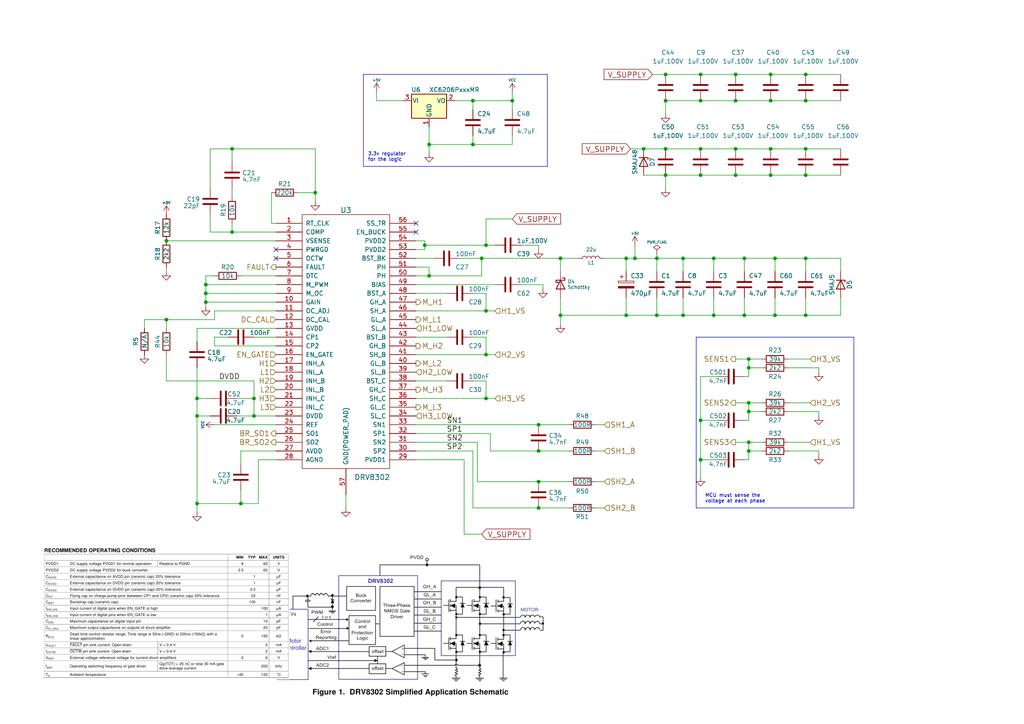
<source format=kicad_sch>
(kicad_sch (version 20230121) (generator eeschema)
  (paper "A4")
  (title_block (title "E-bike controller (based on VESC 4.10)") (date "2023-05-19") (rev "4.10-jpa") (company "Benjamin Vedder") (comment 1 "Customized by Petteri Aimonen"))
  (lib_symbols
    (symbol "Device:C" (pin_numbers hide) (pin_names (offset 0.254))
      (property "Reference" "C" (at 0.635 2.54 0))
      (property "Value" "C" (at 0.635 -2.54 0))
      (symbol "C_0_1"
        (polyline (pts (xy -2.032 -0.762) (xy 2.032 -0.762)) (stroke (width 0.508)))
        (polyline (pts (xy -2.032 0.762) (xy 2.032 0.762)) (stroke (width 0.508)))
      )
      (symbol "C_1_1"
        (pin passive line (at 0 3.81 270) (length 2.794) (name "~") (number "1"))
        (pin passive line (at 0 -3.81 90) (length 2.794) (name "~") (number "2"))
      )
    )
    (symbol "Device:C_Polarized" (pin_numbers hide) (pin_names (offset 0.254))
      (property "Reference" "C" (at 0.635 2.54 0))
      (property "Value" "C_Polarized" (at 0.635 -2.54 0))
      (symbol "C_Polarized_0_1"
        (rectangle (start -2.286 0.508) (end 2.286 1.016))
        (polyline (pts (xy -1.778 2.286) (xy -0.762 2.286)))
        (polyline (pts (xy -1.27 2.794) (xy -1.27 1.778)))
        (rectangle (start 2.286 -0.508) (end -2.286 -1.016) (fill (type outline)))
      )
      (symbol "C_Polarized_1_1"
        (pin passive line (at 0 3.81 270) (length 2.794) (name "~") (number "1"))
        (pin passive line (at 0 -3.81 90) (length 2.794) (name "~") (number "2"))
      )
    )
    (symbol "Device:D_Schottky" (pin_numbers hide) (pin_names (offset 1.016) hide)
      (property "Reference" "D" (at 0 2.54 0))
      (property "Value" "D_Schottky" (at 0 -2.54 0))
      (symbol "D_Schottky_0_1"
        (polyline (pts (xy 1.27 0) (xy -1.27 0)))
        (polyline (pts (xy 1.27 1.27) (xy 1.27 -1.27) (xy -1.27 0) (xy 1.27 1.27)) (stroke (width 0.254)))
        (polyline (pts (xy -1.905 0.635) (xy -1.905 1.27) (xy -1.27 1.27) (xy -1.27 -1.27) (xy -0.635 -1.27) (xy -0.635 -0.635)) (stroke (width 0.254)))
      )
      (symbol "D_Schottky_1_1"
        (pin passive line (at -3.81 0 0) (length 2.54) (name "K") (number "1"))
        (pin passive line (at 3.81 0 180) (length 2.54) (name "A") (number "2"))
      )
    )
    (symbol "Device:D_Zener" (pin_numbers hide) (pin_names (offset 1.016) hide)
      (property "Reference" "D" (at 0 2.54 0))
      (property "Value" "D_Zener" (at 0 -2.54 0))
      (symbol "D_Zener_0_1"
        (polyline (pts (xy 1.27 0) (xy -1.27 0)))
        (polyline (pts (xy -1.27 -1.27) (xy -1.27 1.27) (xy -0.762 1.27)) (stroke (width 0.254)))
        (polyline (pts (xy 1.27 -1.27) (xy 1.27 1.27) (xy -1.27 0) (xy 1.27 -1.27)) (stroke (width 0.254)))
      )
      (symbol "D_Zener_1_1"
        (pin passive line (at -3.81 0 0) (length 2.54) (name "K") (number "1"))
        (pin passive line (at 3.81 0 180) (length 2.54) (name "A") (number "2"))
      )
    )
    (symbol "Device:L" (pin_numbers hide) (pin_names (offset 1.016) hide)
      (property "Reference" "L" (at -1.27 0 90))
      (property "Value" "L" (at 1.905 0 90))
      (symbol "L_0_1"
        (arc (start 0 -2.54) (mid 0.6323 -1.905) (end 0 -1.27))
        (arc (start 0 -1.27) (mid 0.6323 -0.635) (end 0 0))
        (arc (start 0 0) (mid 0.6323 0.635) (end 0 1.27))
        (arc (start 0 1.27) (mid 0.6323 1.905) (end 0 2.54))
      )
      (symbol "L_1_1"
        (pin passive line (at 0 3.81 270) (length 1.27) (name "1") (number "1"))
        (pin passive line (at 0 -3.81 90) (length 1.27) (name "2") (number "2"))
      )
    )
    (symbol "Device:R" (pin_numbers hide) (pin_names (offset 0))
      (property "Reference" "R" (at 2.032 0 90))
      (property "Value" "R" (at 0 0 90))
      (symbol "R_0_1"
        (rectangle (start -1.016 -2.54) (end 1.016 2.54) (stroke (width 0.254)))
      )
      (symbol "R_1_1"
        (pin passive line (at 0 3.81 270) (length 1.27) (name "~") (number "1"))
        (pin passive line (at 0 -3.81 90) (length 1.27) (name "~") (number "2"))
      )
    )
    (symbol "Regulator_Linear:XC6206PxxxMR" (pin_names (offset 0.254))
      (property "Reference" "U" (at -3.81 3.175 0))
      (property "Value" "XC6206PxxxMR" (at 0 3.175 0))
      (symbol "XC6206PxxxMR_0_1"
        (rectangle (start -5.08 1.905) (end 5.08 -5.08) (stroke (width 0.254)) (fill (type background)))
      )
      (symbol "XC6206PxxxMR_1_1"
        (pin power_in line (at 0 -7.62 90) (length 2.54) (name "GND") (number "1"))
        (pin power_out line (at 7.62 0 180) (length 2.54) (name "VO") (number "2"))
        (pin power_in line (at -7.62 0 0) (length 2.54) (name "VI") (number "3"))
      )
    )
    (symbol "crf_1:DRV8302" (pin_names (offset 1.016))
      (property "Reference" "U" (at 0 38.1 0))
      (property "Value" "DRV8302" (at 7.62 -39.37 0))
      (symbol "DRV8302_0_1"
        (rectangle (start 12.7 -36.83) (end -12.7 36.83))
      )
      (symbol "DRV8302_1_0"
        (pin passive line (at 20.32 21.59 180) (length 7.62) (name "PH") (number "51"))
      )
      (symbol "DRV8302_1_1"
        (pin input line (at -20.32 34.29 0) (length 7.62) (name "RT_CLK") (number "1"))
        (pin input line (at -20.32 11.43 0) (length 7.62) (name "GAIN") (number "10"))
        (pin input line (at -20.32 8.89 0) (length 7.62) (name "OC_ADJ") (number "11"))
        (pin input line (at -20.32 6.35 0) (length 7.62) (name "DC_CAL") (number "12"))
        (pin power_out line (at -20.32 3.81 0) (length 7.62) (name "GVDD") (number "13"))
        (pin power_out line (at -20.32 1.27 0) (length 7.62) (name "CP1") (number "14"))
        (pin power_out line (at -20.32 -1.27 0) (length 7.62) (name "CP2") (number "15"))
        (pin input line (at -20.32 -3.81 0) (length 7.62) (name "EN_GATE") (number "16"))
        (pin input line (at -20.32 -6.35 0) (length 7.62) (name "INH_A") (number "17"))
        (pin input line (at -20.32 -8.89 0) (length 7.62) (name "INL_A") (number "18"))
        (pin input line (at -20.32 -11.43 0) (length 7.62) (name "INH_B") (number "19"))
        (pin output line (at -20.32 31.75 0) (length 7.62) (name "COMP") (number "2"))
        (pin input line (at -20.32 -13.97 0) (length 7.62) (name "INL_B") (number "20"))
        (pin input line (at -20.32 -16.51 0) (length 7.62) (name "INH_C") (number "21"))
        (pin input line (at -20.32 -19.05 0) (length 7.62) (name "INL_C") (number "22"))
        (pin power_out line (at -20.32 -21.59 0) (length 7.62) (name "DVDD") (number "23"))
        (pin input line (at -20.32 -24.13 0) (length 7.62) (name "REF") (number "24"))
        (pin output line (at -20.32 -26.67 0) (length 7.62) (name "SO1") (number "25"))
        (pin output line (at -20.32 -29.21 0) (length 7.62) (name "SO2") (number "26"))
        (pin power_out line (at -20.32 -31.75 0) (length 7.62) (name "AVDD") (number "27"))
        (pin power_in line (at -20.32 -34.29 0) (length 7.62) (name "AGND") (number "28"))
        (pin power_in line (at 20.32 -34.29 180) (length 7.62) (name "PVDD1") (number "29"))
        (pin input line (at -20.32 29.21 0) (length 7.62) (name "VSENSE") (number "3"))
        (pin input line (at 20.32 -31.75 180) (length 7.62) (name "SP2") (number "30"))
        (pin input line (at 20.32 -29.21 180) (length 7.62) (name "SN2") (number "31"))
        (pin input line (at 20.32 -26.67 180) (length 7.62) (name "SP1") (number "32"))
        (pin input line (at 20.32 -24.13 180) (length 7.62) (name "SN1") (number "33"))
        (pin input line (at 20.32 -21.59 180) (length 7.62) (name "SL_C") (number "34"))
        (pin output line (at 20.32 -19.05 180) (length 7.62) (name "GL_C") (number "35"))
        (pin input line (at 20.32 -16.51 180) (length 7.62) (name "SH_C") (number "36"))
        (pin output line (at 20.32 -13.97 180) (length 7.62) (name "GH_C") (number "37"))
        (pin power_out line (at 20.32 -11.43 180) (length 7.62) (name "BST_C") (number "38"))
        (pin input line (at 20.32 -8.89 180) (length 7.62) (name "SL_B") (number "39"))
        (pin input line (at -20.32 26.67 0) (length 7.62) (name "PWRGD") (number "4"))
        (pin output line (at 20.32 -6.35 180) (length 7.62) (name "GL_B") (number "40"))
        (pin input line (at 20.32 -3.81 180) (length 7.62) (name "SH_B") (number "41"))
        (pin output line (at 20.32 -1.27 180) (length 7.62) (name "GH_B") (number "42"))
        (pin power_out line (at 20.32 1.27 180) (length 7.62) (name "BST_B") (number "43"))
        (pin input line (at 20.32 3.81 180) (length 7.62) (name "SL_A") (number "44"))
        (pin output line (at 20.32 6.35 180) (length 7.62) (name "GL_A") (number "45"))
        (pin input line (at 20.32 8.89 180) (length 7.62) (name "SH_A") (number "46"))
        (pin output line (at 20.32 11.43 180) (length 7.62) (name "GH_A") (number "47"))
        (pin power_out line (at 20.32 13.97 180) (length 7.62) (name "BST_A") (number "48"))
        (pin input line (at 20.32 16.51 180) (length 7.62) (name "BIAS") (number "49"))
        (pin output line (at -20.32 24.13 0) (length 7.62) (name "OCTW") (number "5"))
        (pin output line (at 20.32 19.05 180) (length 7.62) (name "PH") (number "50"))
        (pin power_out line (at 20.32 24.13 180) (length 7.62) (name "BST_BK") (number "52"))
        (pin power_in line (at 20.32 26.67 180) (length 7.62) (name "PVDD2") (number "53"))
        (pin power_in line (at 20.32 29.21 180) (length 7.62) (name "PVDD2") (number "54"))
        (pin input line (at 20.32 31.75 180) (length 7.62) (name "EN_BUCK") (number "55"))
        (pin input line (at 20.32 34.29 180) (length 7.62) (name "SS_TR") (number "56"))
        (pin power_in line (at 0 -44.45 90) (length 7.62) (name "GND(POWER_PAD)") (number "57"))
        (pin output line (at -20.32 21.59 0) (length 7.62) (name "FAULT") (number "6"))
        (pin input line (at -20.32 19.05 0) (length 7.62) (name "DTC") (number "7"))
        (pin input line (at -20.32 16.51 0) (length 7.62) (name "M_PWM") (number "8"))
        (pin input line (at -20.32 13.97 0) (length 7.62) (name "M_OC") (number "9"))
      )
    )
    (symbol "power:+5V" (power) (pin_names (offset 0))
      (property "Value" "+5V" (at 0 3.556 0))
      (symbol "+5V_0_1"
        (polyline (pts (xy -0.762 1.27) (xy 0 2.54)))
        (polyline (pts (xy 0 0) (xy 0 2.54)))
        (polyline (pts (xy 0 2.54) (xy 0.762 1.27)))
      )
      (symbol "+5V_1_1"
        (pin power_in line (at 0 0 90) (length 0) hide (name "+5V") (number "1"))
      )
    )
    (symbol "power:GND" (power) (pin_names (offset 0))
      (property "Value" "GND" (at 0 -3.81 0))
      (symbol "GND_0_1"
        (polyline (pts (xy 0 0) (xy 0 -1.27) (xy 1.27 -1.27) (xy 0 -2.54) (xy -1.27 -1.27) (xy 0 -1.27)))
      )
      (symbol "GND_1_1"
        (pin power_in line (at 0 0 270) (length 0) hide (name "GND") (number "1"))
      )
    )
    (symbol "power:PWR_FLAG" (power) (pin_numbers hide) (pin_names (offset 0) hide)
      (property "Value" "PWR_FLAG" (at 0 3.81 0))
      (symbol "PWR_FLAG_0_0"
        (pin power_out line (at 0 0 90) (length 0) (name "pwr") (number "1"))
      )
      (symbol "PWR_FLAG_0_1"
        (polyline (pts (xy 0 0) (xy 0 1.27) (xy -1.016 1.905) (xy 0 2.54) (xy 1.016 1.905) (xy 0 1.27)))
      )
    )
    (symbol "power:VCC" (power) (pin_names (offset 0))
      (property "Value" "VCC" (at 0 3.81 0))
      (symbol "VCC_0_1"
        (polyline (pts (xy -0.762 1.27) (xy 0 2.54)))
        (polyline (pts (xy 0 0) (xy 0 2.54)))
        (polyline (pts (xy 0 2.54) (xy 0.762 1.27)))
      )
      (symbol "VCC_1_1"
        (pin power_in line (at 0 0 90) (length 0) hide (name "VCC") (number "1"))
      )
    )
  )
  (junction (at 198.12 74.93))
  (junction (at 203.2 29.21))
  (junction (at 140.97 115.57))
  (junction (at 224.79 91.44))
  (junction (at 186.69 43.18))
  (junction (at 137.16 41.91))
  (junction (at 207.01 91.44))
  (junction (at 203.2 133.35))
  (junction (at 124.46 80.01))
  (junction (at 223.52 29.21))
  (junction (at 233.68 50.8))
  (junction (at 223.52 50.8))
  (junction (at 193.04 29.21))
  (junction (at 193.04 50.8))
  (junction (at 67.31 43.18))
  (junction (at 59.69 87.63))
  (junction (at 137.16 29.21))
  (junction (at 57.15 120.65))
  (junction (at 156.21 139.7))
  (junction (at 139.7 74.93))
  (junction (at 217.17 119.38))
  (junction (at 223.52 43.18))
  (junction (at 59.69 82.55))
  (junction (at 233.68 21.59))
  (junction (at 48.26 69.85))
  (junction (at 223.52 21.59))
  (junction (at 156.21 123.19))
  (junction (at 73.66 120.65))
  (junction (at 203.2 50.8))
  (junction (at 156.21 130.81))
  (junction (at 190.5 74.93))
  (junction (at 156.21 147.32))
  (junction (at 140.97 90.17))
  (junction (at 203.2 43.18))
  (junction (at 217.17 106.68))
  (junction (at 162.56 91.44))
  (junction (at 217.17 116.84))
  (junction (at 181.61 74.93))
  (junction (at 217.17 104.14))
  (junction (at 233.68 91.44))
  (junction (at 233.68 74.93))
  (junction (at 215.9 74.93))
  (junction (at 198.12 91.44))
  (junction (at 213.36 50.8))
  (junction (at 124.46 41.91))
  (junction (at 73.66 115.57))
  (junction (at 215.9 91.44))
  (junction (at 181.61 91.44))
  (junction (at 193.04 43.18))
  (junction (at 233.68 43.18))
  (junction (at 140.97 102.87))
  (junction (at 193.04 21.59))
  (junction (at 48.26 92.71))
  (junction (at 91.44 55.88))
  (junction (at 213.36 29.21))
  (junction (at 162.56 74.93))
  (junction (at 67.31 67.31))
  (junction (at 184.15 74.93))
  (junction (at 217.17 128.27))
  (junction (at 123.19 71.12))
  (junction (at 213.36 21.59))
  (junction (at 224.79 74.93))
  (junction (at 57.15 115.57))
  (junction (at 213.36 43.18))
  (junction (at 57.15 146.05))
  (junction (at 217.17 130.81))
  (junction (at 148.59 29.21))
  (junction (at 69.85 146.05))
  (junction (at 190.5 91.44))
  (junction (at 59.69 85.09))
  (junction (at 233.68 29.21))
  (junction (at 207.01 74.93))
  (junction (at 203.2 21.59))
  (junction (at 140.97 71.12))
  (junction (at 203.2 121.92))
  (no_connect (at 120.65 67.31))
  (no_connect (at 80.01 74.93))
  (no_connect (at 120.65 64.77))
  (no_connect (at 80.01 72.39))
  (wire (pts (xy 140.97 102.87) (xy 143.51 102.87)))
  (wire (pts (xy 172.72 123.19) (xy 175.26 123.19)))
  (wire (pts (xy 137.16 29.21) (xy 148.59 29.21)))
  (wire (pts (xy 237.49 106.68) (xy 237.49 107.95)))
  (wire (pts (xy 217.17 119.38) (xy 220.98 119.38)))
  (wire (pts (xy 140.97 63.5) (xy 140.97 71.12)))
  (wire (pts (xy 62.23 92.71) (xy 62.23 90.17)))
  (wire (pts (xy 215.9 91.44) (xy 224.79 91.44)))
  (wire (pts (xy 228.6 128.27) (xy 234.95 128.27)))
  (wire (pts (xy 215.9 74.93) (xy 215.9 78.74)))
  (wire (pts (xy 213.36 116.84) (xy 217.17 116.84)))
  (wire (pts (xy 215.9 121.92) (xy 217.17 121.92)))
  (wire (pts (xy 198.12 91.44) (xy 207.01 91.44)))
  (wire (pts (xy 203.2 29.21) (xy 213.36 29.21)))
  (wire (pts (xy 120.65 85.09) (xy 129.54 85.09)))
  (wire (pts (xy 213.36 21.59) (xy 223.52 21.59)))
  (wire (pts (xy 120.65 102.87) (xy 140.97 102.87)))
  (wire (pts (xy 237.49 119.38) (xy 237.49 120.65)))
  (wire (pts (xy 69.85 146.05) (xy 57.15 146.05)))
  (wire (pts (xy 223.52 21.59) (xy 233.68 21.59)))
  (wire (pts (xy 217.17 119.38) (xy 217.17 121.92)))
  (wire (pts (xy 172.72 130.81) (xy 175.26 130.81)))
  (wire (pts (xy 74.93 133.35) (xy 74.93 146.05)))
  (wire (pts (xy 233.68 91.44) (xy 243.84 91.44)))
  (polyline (pts (xy 158.75 21.59) (xy 105.41 21.59)))
  (wire (pts (xy 193.04 50.8) (xy 203.2 50.8)))
  (wire (pts (xy 243.84 91.44) (xy 243.84 86.36)))
  (wire (pts (xy 156.21 130.81) (xy 165.1 130.81)))
  (wire (pts (xy 91.44 55.88) (xy 91.44 58.42)))
  (wire (pts (xy 198.12 74.93) (xy 198.12 78.74)))
  (wire (pts (xy 148.59 29.21) (xy 148.59 31.75)))
  (wire (pts (xy 223.52 29.21) (xy 233.68 29.21)))
  (wire (pts (xy 193.04 54.61) (xy 193.04 50.8)))
  (wire (pts (xy 140.97 110.49) (xy 140.97 115.57)))
  (wire (pts (xy 123.19 72.39) (xy 120.65 72.39)))
  (wire (pts (xy 182.88 43.18) (xy 186.69 43.18)))
  (wire (pts (xy 203.2 109.22) (xy 208.28 109.22)))
  (wire (pts (xy 60.96 67.31) (xy 67.31 67.31)))
  (wire (pts (xy 157.48 82.55) (xy 157.48 83.82)))
  (wire (pts (xy 217.17 130.81) (xy 217.17 128.27)))
  (wire (pts (xy 228.6 104.14) (xy 234.95 104.14)))
  (wire (pts (xy 123.19 71.12) (xy 140.97 71.12)))
  (wire (pts (xy 156.21 71.12) (xy 156.21 72.39)))
  (wire (pts (xy 57.15 120.65) (xy 60.96 120.65)))
  (wire (pts (xy 207.01 86.36) (xy 207.01 91.44)))
  (wire (pts (xy 181.61 86.36) (xy 181.61 91.44)))
  (wire (pts (xy 224.79 74.93) (xy 224.79 78.74)))
  (wire (pts (xy 62.23 123.19) (xy 80.01 123.19)))
  (wire (pts (xy 73.66 115.57) (xy 73.66 110.49)))
  (wire (pts (xy 207.01 91.44) (xy 215.9 91.44)))
  (wire (pts (xy 203.2 50.8) (xy 213.36 50.8)))
  (wire (pts (xy 223.52 50.8) (xy 233.68 50.8)))
  (wire (pts (xy 190.5 74.93) (xy 198.12 74.93)))
  (wire (pts (xy 69.85 130.81) (xy 69.85 134.62)))
  (wire (pts (xy 223.52 43.18) (xy 233.68 43.18)))
  (wire (pts (xy 215.9 86.36) (xy 215.9 91.44)))
  (wire (pts (xy 198.12 91.44) (xy 198.12 86.36)))
  (wire (pts (xy 162.56 86.36) (xy 162.56 91.44)))
  (wire (pts (xy 193.04 33.02) (xy 193.04 29.21)))
  (wire (pts (xy 233.68 43.18) (xy 243.84 43.18)))
  (wire (pts (xy 217.17 106.68) (xy 217.17 109.22)))
  (wire (pts (xy 190.5 91.44) (xy 198.12 91.44)))
  (wire (pts (xy 137.16 41.91) (xy 137.16 39.37)))
  (wire (pts (xy 213.36 43.18) (xy 223.52 43.18)))
  (wire (pts (xy 67.31 67.31) (xy 80.01 67.31)))
  (wire (pts (xy 69.85 130.81) (xy 80.01 130.81)))
  (wire (pts (xy 215.9 109.22) (xy 217.17 109.22)))
  (wire (pts (xy 59.69 87.63) (xy 80.01 87.63)))
  (wire (pts (xy 203.2 138.43) (xy 203.2 133.35)))
  (wire (pts (xy 224.79 74.93) (xy 233.68 74.93)))
  (wire (pts (xy 193.04 43.18) (xy 203.2 43.18)))
  (wire (pts (xy 203.2 121.92) (xy 208.28 121.92)))
  (wire (pts (xy 184.15 74.93) (xy 184.15 71.12)))
  (wire (pts (xy 233.68 74.93) (xy 233.68 78.74)))
  (wire (pts (xy 207.01 74.93) (xy 207.01 78.74)))
  (polyline (pts (xy 105.41 48.26) (xy 158.75 48.26)))
  (wire (pts (xy 80.01 100.33) (xy 62.23 100.33)))
  (wire (pts (xy 215.9 74.93) (xy 224.79 74.93)))
  (polyline (pts (xy 247.65 147.32) (xy 247.65 97.79)))
  (wire (pts (xy 233.68 50.8) (xy 243.84 50.8)))
  (wire (pts (xy 217.17 116.84) (xy 220.98 116.84)))
  (wire (pts (xy 151.13 82.55) (xy 157.48 82.55)))
  (wire (pts (xy 59.69 80.01) (xy 62.23 80.01)))
  (wire (pts (xy 172.72 139.7) (xy 175.26 139.7)))
  (wire (pts (xy 203.2 43.18) (xy 213.36 43.18)))
  (wire (pts (xy 233.68 86.36) (xy 233.68 91.44)))
  (wire (pts (xy 137.16 97.79) (xy 140.97 97.79)))
  (wire (pts (xy 60.96 43.18) (xy 60.96 54.61)))
  (wire (pts (xy 67.31 43.18) (xy 67.31 46.99)))
  (wire (pts (xy 134.62 133.35) (xy 134.62 154.94)))
  (wire (pts (xy 73.66 120.65) (xy 80.01 120.65)))
  (wire (pts (xy 181.61 74.93) (xy 181.61 78.74)))
  (wire (pts (xy 148.59 29.21) (xy 148.59 26.67)))
  (wire (pts (xy 78.74 55.88) (xy 78.74 64.77)))
  (wire (pts (xy 57.15 120.65) (xy 57.15 146.05)))
  (wire (pts (xy 139.7 74.93) (xy 162.56 74.93)))
  (wire (pts (xy 124.46 41.91) (xy 137.16 41.91)))
  (wire (pts (xy 203.2 133.35) (xy 203.2 121.92)))
  (wire (pts (xy 140.97 85.09) (xy 140.97 90.17)))
  (wire (pts (xy 228.6 106.68) (xy 237.49 106.68)))
  (wire (pts (xy 193.04 21.59) (xy 203.2 21.59)))
  (wire (pts (xy 57.15 115.57) (xy 57.15 120.65)))
  (wire (pts (xy 120.65 130.81) (xy 137.16 130.81)))
  (wire (pts (xy 109.22 29.21) (xy 109.22 26.67)))
  (wire (pts (xy 120.65 80.01) (xy 124.46 80.01)))
  (wire (pts (xy 69.85 80.01) (xy 80.01 80.01)))
  (wire (pts (xy 184.15 74.93) (xy 190.5 74.93)))
  (wire (pts (xy 74.93 146.05) (xy 69.85 146.05)))
  (wire (pts (xy 120.65 115.57) (xy 140.97 115.57)))
  (wire (pts (xy 217.17 130.81) (xy 217.17 133.35)))
  (wire (pts (xy 172.72 147.32) (xy 175.26 147.32)))
  (wire (pts (xy 186.69 43.18) (xy 193.04 43.18)))
  (wire (pts (xy 140.97 90.17) (xy 143.51 90.17)))
  (wire (pts (xy 181.61 74.93) (xy 184.15 74.93)))
  (wire (pts (xy 80.01 64.77) (xy 78.74 64.77)))
  (wire (pts (xy 123.19 69.85) (xy 123.19 71.12)))
  (wire (pts (xy 162.56 74.93) (xy 162.56 78.74)))
  (wire (pts (xy 181.61 91.44) (xy 190.5 91.44)))
  (wire (pts (xy 132.08 29.21) (xy 137.16 29.21)))
  (polyline (pts (xy 247.65 97.79) (xy 201.93 97.79)))
  (wire (pts (xy 193.04 29.21) (xy 203.2 29.21)))
  (wire (pts (xy 148.59 41.91) (xy 148.59 39.37)))
  (wire (pts (xy 215.9 133.35) (xy 217.17 133.35)))
  (wire (pts (xy 59.69 82.55) (xy 59.69 85.09)))
  (wire (pts (xy 120.65 74.93) (xy 125.73 74.93)))
  (wire (pts (xy 233.68 21.59) (xy 243.84 21.59)))
  (wire (pts (xy 62.23 100.33) (xy 62.23 97.79)))
  (polyline (pts (xy 201.93 97.79) (xy 201.93 147.32)))
  (wire (pts (xy 41.91 92.71) (xy 41.91 95.25)))
  (wire (pts (xy 228.6 130.81) (xy 237.49 130.81)))
  (wire (pts (xy 120.65 69.85) (xy 123.19 69.85)))
  (wire (pts (xy 120.65 110.49) (xy 129.54 110.49)))
  (wire (pts (xy 233.68 29.21) (xy 243.84 29.21)))
  (wire (pts (xy 57.15 115.57) (xy 60.96 115.57)))
  (wire (pts (xy 137.16 110.49) (xy 140.97 110.49)))
  (wire (pts (xy 233.68 74.93) (xy 243.84 74.93)))
  (wire (pts (xy 175.26 74.93) (xy 181.61 74.93)))
  (wire (pts (xy 59.69 85.09) (xy 80.01 85.09)))
  (wire (pts (xy 162.56 91.44) (xy 162.56 93.98)))
  (wire (pts (xy 41.91 92.71) (xy 48.26 92.71)))
  (wire (pts (xy 123.19 71.12) (xy 123.19 72.39)))
  (wire (pts (xy 57.15 95.25) (xy 57.15 99.06)))
  (wire (pts (xy 59.69 87.63) (xy 59.69 88.9)))
  (wire (pts (xy 68.58 120.65) (xy 73.66 120.65)))
  (wire (pts (xy 68.58 115.57) (xy 73.66 115.57)))
  (wire (pts (xy 80.01 133.35) (xy 74.93 133.35)))
  (wire (pts (xy 217.17 130.81) (xy 220.98 130.81)))
  (wire (pts (xy 60.96 62.23) (xy 60.96 67.31)))
  (wire (pts (xy 156.21 139.7) (xy 138.43 139.7)))
  (wire (pts (xy 228.6 116.84) (xy 234.95 116.84)))
  (wire (pts (xy 137.16 147.32) (xy 156.21 147.32)))
  (wire (pts (xy 48.26 92.71) (xy 48.26 95.25)))
  (wire (pts (xy 73.66 110.49) (xy 48.26 110.49)))
  (wire (pts (xy 124.46 41.91) (xy 124.46 44.45)))
  (wire (pts (xy 190.5 73.66) (xy 190.5 74.93)))
  (wire (pts (xy 138.43 128.27) (xy 138.43 139.7)))
  (wire (pts (xy 217.17 128.27) (xy 220.98 128.27)))
  (wire (pts (xy 133.35 74.93) (xy 139.7 74.93)))
  (wire (pts (xy 243.84 74.93) (xy 243.84 78.74)))
  (wire (pts (xy 207.01 74.93) (xy 215.9 74.93)))
  (wire (pts (xy 213.36 29.21) (xy 223.52 29.21)))
  (wire (pts (xy 217.17 104.14) (xy 220.98 104.14)))
  (wire (pts (xy 203.2 133.35) (xy 208.28 133.35)))
  (wire (pts (xy 91.44 43.18) (xy 91.44 55.88)))
  (wire (pts (xy 73.66 97.79) (xy 80.01 97.79)))
  (polyline (pts (xy 158.75 48.26) (xy 158.75 21.59)))
  (wire (pts (xy 237.49 130.81) (xy 237.49 132.08)))
  (wire (pts (xy 156.21 123.19) (xy 165.1 123.19)))
  (wire (pts (xy 57.15 106.68) (xy 57.15 115.57)))
  (wire (pts (xy 124.46 77.47) (xy 124.46 80.01)))
  (wire (pts (xy 120.65 125.73) (xy 142.24 125.73)))
  (wire (pts (xy 137.16 29.21) (xy 137.16 31.75)))
  (wire (pts (xy 224.79 86.36) (xy 224.79 91.44)))
  (wire (pts (xy 186.69 50.8) (xy 193.04 50.8)))
  (polyline (pts (xy 201.93 147.32) (xy 247.65 147.32)))
  (wire (pts (xy 162.56 91.44) (xy 181.61 91.44)))
  (wire (pts (xy 48.26 69.85) (xy 80.01 69.85)))
  (wire (pts (xy 142.24 125.73) (xy 142.24 130.81)))
  (wire (pts (xy 139.7 80.01) (xy 139.7 74.93)))
  (wire (pts (xy 62.23 90.17) (xy 80.01 90.17)))
  (wire (pts (xy 120.65 128.27) (xy 138.43 128.27)))
  (wire (pts (xy 213.36 128.27) (xy 217.17 128.27)))
  (wire (pts (xy 120.65 123.19) (xy 156.21 123.19)))
  (wire (pts (xy 224.79 91.44) (xy 233.68 91.44)))
  (wire (pts (xy 59.69 85.09) (xy 59.69 87.63)))
  (wire (pts (xy 67.31 57.15) (xy 67.31 54.61)))
  (wire (pts (xy 120.65 90.17) (xy 140.97 90.17)))
  (wire (pts (xy 109.22 29.21) (xy 116.84 29.21)))
  (wire (pts (xy 217.17 106.68) (xy 217.17 104.14)))
  (wire (pts (xy 213.36 104.14) (xy 217.17 104.14)))
  (wire (pts (xy 134.62 154.94) (xy 139.7 154.94)))
  (wire (pts (xy 162.56 74.93) (xy 167.64 74.93)))
  (wire (pts (xy 67.31 43.18) (xy 91.44 43.18)))
  (wire (pts (xy 156.21 147.32) (xy 165.1 147.32)))
  (wire (pts (xy 124.46 36.83) (xy 124.46 41.91)))
  (wire (pts (xy 213.36 50.8) (xy 223.52 50.8)))
  (wire (pts (xy 140.97 97.79) (xy 140.97 102.87)))
  (wire (pts (xy 60.96 43.18) (xy 67.31 43.18)))
  (wire (pts (xy 228.6 119.38) (xy 237.49 119.38)))
  (wire (pts (xy 217.17 106.68) (xy 220.98 106.68)))
  (wire (pts (xy 62.23 97.79) (xy 66.04 97.79)))
  (wire (pts (xy 59.69 82.55) (xy 80.01 82.55)))
  (wire (pts (xy 120.65 133.35) (xy 134.62 133.35)))
  (wire (pts (xy 137.16 147.32) (xy 137.16 130.81)))
  (wire (pts (xy 48.26 77.47) (xy 48.26 78.74)))
  (wire (pts (xy 124.46 80.01) (xy 139.7 80.01)))
  (wire (pts (xy 142.24 130.81) (xy 156.21 130.81)))
  (wire (pts (xy 203.2 21.59) (xy 213.36 21.59)))
  (wire (pts (xy 151.13 71.12) (xy 156.21 71.12)))
  (wire (pts (xy 140.97 71.12) (xy 143.51 71.12)))
  (wire (pts (xy 120.65 97.79) (xy 129.54 97.79)))
  (wire (pts (xy 140.97 63.5) (xy 148.59 63.5)))
  (wire (pts (xy 140.97 115.57) (xy 143.51 115.57)))
  (wire (pts (xy 48.26 110.49) (xy 48.26 102.87)))
  (wire (pts (xy 198.12 74.93) (xy 207.01 74.93)))
  (wire (pts (xy 165.1 139.7) (xy 156.21 139.7)))
  (wire (pts (xy 120.65 77.47) (xy 124.46 77.47)))
  (wire (pts (xy 67.31 64.77) (xy 67.31 67.31)))
  (wire (pts (xy 80.01 95.25) (xy 57.15 95.25)))
  (wire (pts (xy 189.23 21.59) (xy 193.04 21.59)))
  (wire (pts (xy 203.2 121.92) (xy 203.2 109.22)))
  (wire (pts (xy 59.69 80.01) (xy 59.69 82.55)))
  (wire (pts (xy 69.85 142.24) (xy 69.85 146.05)))
  (wire (pts (xy 48.26 92.71) (xy 62.23 92.71)))
  (wire (pts (xy 137.16 41.91) (xy 148.59 41.91)))
  (wire (pts (xy 190.5 91.44) (xy 190.5 86.36)))
  (wire (pts (xy 190.5 74.93) (xy 190.5 78.74)))
  (wire (pts (xy 137.16 85.09) (xy 140.97 85.09)))
  (wire (pts (xy 100.33 143.51) (xy 100.33 147.32)))
  (wire (pts (xy 86.36 55.88) (xy 91.44 55.88)))
  (wire (pts (xy 217.17 116.84) (xy 217.17 119.38)))
  (wire (pts (xy 57.15 146.05) (xy 57.15 148.59)))
  (polyline (pts (xy 105.41 21.59) (xy 105.41 48.26)))
  (wire (pts (xy 73.66 115.57) (xy 73.66 120.65)))
  (wire (pts (xy 143.51 82.55) (xy 120.65 82.55)))
  (image (at 119.38 181.61))
  (image (at 48.26 177.8))
  (text "MCU must sense the\nvoltage at each phase" (at 204.47 146.05 0) (effects (font (size 1.016 1.016)) (justify left bottom)))
  (text "3.3v regulator\nfor the logic" (at 106.68 46.99 0) (effects (font (size 1.016 1.016)) (justify left bottom)))
  (label "SP2" (at 129.54 130.81 0) (effects (font (size 1.524 1.524))))
  (label "SP1" (at 129.54 125.73 0) (effects (font (size 1.524 1.524))))
  (label "SN1" (at 129.54 123.19 0) (effects (font (size 1.524 1.524))))
  (label "DVDD" (at 63.5 110.49 0) (effects (font (size 1.524 1.524))))
  (label "SN2" (at 129.54 128.27 0) (effects (font (size 1.524 1.524))))
  (global_label "V_SUPPLY" (shape input) (at 139.7 154.94 0) (effects (font (size 1.524 1.524))) (property "Intersheetrefs" "${INTERSHEET_REFS}" (effects hide)))
  (global_label "V_SUPPLY" (shape input) (at 189.23 21.59 180) (effects (font (size 1.524 1.524))) (property "Intersheetrefs" "${INTERSHEET_REFS}" (effects hide)))
  (global_label "V_SUPPLY" (shape input) (at 182.88 43.18 180) (effects (font (size 1.524 1.524))) (property "Intersheetrefs" "${INTERSHEET_REFS}" (effects hide)))
  (global_label "V_SUPPLY" (shape input) (at 148.59 63.5 0) (effects (font (size 1.524 1.524))) (property "Intersheetrefs" "${INTERSHEET_REFS}" (effects hide)))
  (hierarchical_label "BR_SO2" (shape output) (at 80.01 128.27 180) (effects (font (size 1.524 1.524))))
  (hierarchical_label "SENS2" (shape output) (at 213.36 116.84 180) (effects (font (size 1.524 1.524))))
  (hierarchical_label "SENS3" (shape output) (at 213.36 128.27 180) (effects (font (size 1.524 1.524))))
  (hierarchical_label "H3_VS" (shape input) (at 234.95 104.14 0) (effects (font (size 1.524 1.524))))
  (hierarchical_label "BR_SO1" (shape output) (at 80.01 125.73 180) (effects (font (size 1.524 1.524))))
  (hierarchical_label "M_L3" (shape output) (at 120.65 118.11 0) (effects (font (size 1.524 1.524))))
  (hierarchical_label "H1_LOW" (shape input) (at 120.65 95.25 0) (effects (font (size 1.524 1.524))))
  (hierarchical_label "H1" (shape input) (at 80.01 105.41 180) (effects (font (size 1.524 1.524))))
  (hierarchical_label "H2" (shape input) (at 80.01 110.49 180) (effects (font (size 1.524 1.524))))
  (hierarchical_label "H2_LOW" (shape input) (at 120.65 107.95 0) (effects (font (size 1.524 1.524))))
  (hierarchical_label "DC_CAL" (shape input) (at 80.01 92.71 180) (effects (font (size 1.524 1.524))))
  (hierarchical_label "L1" (shape input) (at 80.01 107.95 180) (effects (font (size 1.524 1.524))))
  (hierarchical_label "H3" (shape input) (at 80.01 115.57 180) (effects (font (size 1.524 1.524))))
  (hierarchical_label "EN_GATE" (shape input) (at 80.01 102.87 180) (effects (font (size 1.524 1.524))))
  (hierarchical_label "H2_VS" (shape input) (at 143.51 102.87 0) (effects (font (size 1.524 1.524))))
  (hierarchical_label "M_H3" (shape output) (at 120.65 113.03 0) (effects (font (size 1.524 1.524))))
  (hierarchical_label "SH1_A" (shape input) (at 175.26 123.19 0) (effects (font (size 1.524 1.524))))
  (hierarchical_label "M_L1" (shape output) (at 120.65 92.71 0) (effects (font (size 1.524 1.524))))
  (hierarchical_label "FAULT" (shape output) (at 80.01 77.47 180) (effects (font (size 1.524 1.524))))
  (hierarchical_label "L3" (shape input) (at 80.01 118.11 180) (effects (font (size 1.524 1.524))))
  (hierarchical_label "SH2_A" (shape input) (at 175.26 139.7 0) (effects (font (size 1.524 1.524))))
  (hierarchical_label "M_H2" (shape output) (at 120.65 100.33 0) (effects (font (size 1.524 1.524))))
  (hierarchical_label "M_L2" (shape output) (at 120.65 105.41 0) (effects (font (size 1.524 1.524))))
  (hierarchical_label "L2" (shape input) (at 80.01 113.03 180) (effects (font (size 1.524 1.524))))
  (hierarchical_label "SH2_B" (shape input) (at 175.26 147.32 0) (effects (font (size 1.524 1.524))))
  (hierarchical_label "H3_LOW" (shape input) (at 120.65 120.65 0) (effects (font (size 1.524 1.524))))
  (hierarchical_label "SENS1" (shape output) (at 213.36 104.14 180) (effects (font (size 1.524 1.524))))
  (hierarchical_label "H1_VS" (shape input) (at 143.51 90.17 0) (effects (font (size 1.524 1.524))))
  (hierarchical_label "M_H1" (shape output) (at 120.65 87.63 0) (effects (font (size 1.524 1.524))))
  (hierarchical_label "H2_VS" (shape input) (at 234.95 116.84 0) (effects (font (size 1.524 1.524))))
  (hierarchical_label "H3_VS" (shape input) (at 143.51 115.57 0) (effects (font (size 1.524 1.524))))
  (hierarchical_label "SH1_B" (shape input) (at 175.26 130.81 0) (effects (font (size 1.524 1.524))))
  (hierarchical_label "H1_VS" (shape input) (at 234.95 128.27 0) (effects (font (size 1.524 1.524))))
  (symbol (lib_id "Device:C") (at 133.35 85.09 270) (unit 1)
    (property "Reference" "C28" (at 135.89 87.63 90) (effects (justify left)))
    (property "Value" "100nF" (at 135.89 83.82 90) (effects (justify left)))
    (property "Footprint" "Capacitor_SMD:C_0603_1608Metric" (effects hide))
    (property "JLCPCB" "C14663" (effects hide))
  )
  (symbol (lib_id "Device:D_Schottky") (at 162.56 82.55 270) (unit 1)
    (property "Reference" "D4" (at 164.592 81.6921 90) (effects (font (size 1.016 1.016)) (justify left)))
    (property "Value" "Schottky" (at 164.592 83.2797 90) (effects (font (size 1.016 1.016)) (justify left)))
    (property "Footprint" "Diode_SMD:D_SMA" (effects hide))
    (property "JLCPCB" "C14996" (effects hide))
  )
  (symbol (lib_id "Device:R") (at 224.79 104.14 270) (unit 1)
    (property "Reference" "R23" (at 224.79 101.6 90))
    (property "Value" "39k" (at 224.79 104.14 90))
    (property "Footprint" "Resistor_SMD:R_0603_1608Metric" (effects hide))
    (property "JLCPCB" "C23153" (effects hide))
  )
  (symbol (lib_id "Device:R") (at 224.79 106.68 270) (unit 1)
    (property "Reference" "R24" (at 224.79 109.22 90))
    (property "Value" "2k2" (at 224.79 106.68 90))
    (property "Footprint" "Resistor_SMD:R_0603_1608Metric" (effects hide))
    (property "JLCPCB" "C4190" (effects hide))
  )
  (symbol (lib_id "power:GND") (at 237.49 107.95 0) (unit 1)
    (property "Reference" "#PWR054" (effects hide))
    (property "Value" "GND" (effects hide))
  )
  (symbol (lib_id "power:GND") (at 237.49 120.65 0) (unit 1)
    (property "Reference" "#PWR055" (effects hide))
    (property "Value" "GND" (effects hide))
  )
  (symbol (lib_id "Device:R") (at 224.79 119.38 270) (unit 1)
    (property "Reference" "R27" (at 224.79 121.92 90))
    (property "Value" "2k2" (at 224.79 119.38 90))
    (property "Footprint" "Resistor_SMD:R_0603_1608Metric" (effects hide))
    (property "JLCPCB" "C4190" (effects hide))
  )
  (symbol (lib_id "Device:R") (at 224.79 116.84 270) (unit 1)
    (property "Reference" "R26" (at 224.79 114.3 90))
    (property "Value" "39k" (at 224.79 116.84 90))
    (property "Footprint" "Resistor_SMD:R_0603_1608Metric" (effects hide))
    (property "JLCPCB" "C23153" (effects hide))
  )
  (symbol (lib_id "Device:R") (at 224.79 128.27 270) (unit 1)
    (property "Reference" "R32" (at 224.79 125.73 90))
    (property "Value" "39k" (at 224.79 128.27 90))
    (property "Footprint" "Resistor_SMD:R_0603_1608Metric" (effects hide))
    (property "JLCPCB" "C23153" (effects hide))
  )
  (symbol (lib_id "Device:R") (at 224.79 130.81 270) (unit 1)
    (property "Reference" "R33" (at 224.79 133.35 90))
    (property "Value" "2k2" (at 224.79 130.81 90))
    (property "Footprint" "Resistor_SMD:R_0603_1608Metric" (effects hide))
    (property "JLCPCB" "C4190" (effects hide))
  )
  (symbol (lib_id "power:GND") (at 237.49 132.08 0) (unit 1)
    (property "Reference" "#PWR056" (effects hide))
    (property "Value" "GND" (effects hide))
  )
  (symbol (lib_id "crf_1:DRV8302") (at 100.33 99.06 0) (unit 1)
    (property "Reference" "U3" (at 100.33 60.96 0) (effects (font (size 1.524 1.524))))
    (property "Value" "DRV8302" (at 107.95 138.43 0) (effects (font (size 1.524 1.524))))
    (property "Footprint" "Package_SO:HTSSOP-56-1EP_6.1x14mm_P0.5mm_EP3.61x6.35mm" (effects hide))
    (property "JLCPCB" "C84672" (effects hide))
    (property "JLCPCBCORR" "0; 0; -90" (effects hide))
  )
  (symbol (lib_id "Device:C") (at 133.35 97.79 270) (unit 1)
    (property "Reference" "C29" (at 135.89 100.33 90) (effects (justify left)))
    (property "Value" "100nF" (at 135.89 96.52 90) (effects (justify left)))
    (property "Footprint" "Capacitor_SMD:C_0603_1608Metric" (effects hide))
    (property "JLCPCB" "C14663" (effects hide))
  )
  (symbol (lib_id "Device:C") (at 133.35 110.49 270) (unit 1)
    (property "Reference" "C30" (at 135.89 113.03 90) (effects (justify left)))
    (property "Value" "100nF" (at 135.89 109.22 90) (effects (justify left)))
    (property "Footprint" "Capacitor_SMD:C_0603_1608Metric" (effects hide))
    (property "JLCPCB" "C14663" (effects hide))
  )
  (symbol (lib_id "Device:C") (at 129.54 74.93 270) (unit 1)
    (property "Reference" "C27" (at 132.08 77.47 90) (effects (justify left)))
    (property "Value" "100nF" (at 132.08 73.66 90) (effects (justify left)))
    (property "Footprint" "Capacitor_SMD:C_0603_1608Metric" (effects hide))
    (property "JLCPCB" "C14663" (effects hide))
  )
  (symbol (lib_id "power:GND") (at 157.48 83.82 0) (unit 1)
    (property "Reference" "#PWR057" (effects hide))
    (property "Value" "GND" (effects hide))
  )
  (symbol (lib_id "Device:L") (at 171.45 74.93 90) (unit 1)
    (property "Reference" "L1" (at 171.45 76.2 90) (effects (font (size 1.016 1.016))))
    (property "Value" "22u" (at 171.45 72.39 90) (effects (font (size 1.016 1.016))))
    (property "Footprint" "Inductor_SMD:L_7.3x7.3_H4.5" (effects hide))
    (property "JLCPCB" "C2839926" (effects hide))
  )
  (symbol (lib_id "Device:C_Polarized") (at 181.61 82.55 0) (unit 1)
    (property "Reference" "C33" (at 182.88 80.01 0) (effects (justify left)))
    (property "Value" "470µF" (at 182.88 85.09 0) (effects (justify left)))
    (property "Footprint" "Capacitor_SMD:CP_Elec_10x10.5" (effects hide))
    (property "JLCPCB" "N/A" (effects hide))
  )
  (symbol (lib_id "power:GND") (at 162.56 93.98 0) (unit 1)
    (property "Reference" "#PWR058" (effects hide))
    (property "Value" "GND" (effects hide))
  )
  (symbol (lib_id "power:+5V") (at 184.15 71.12 0) (unit 1)
    (property "Reference" "#PWR059" (effects hide))
    (property "Value" "+5V" (at 184.15 67.6981 0) (effects (font (size 0.762 0.762))))
  )
  (symbol (lib_id "Device:C") (at 69.85 97.79 270) (unit 1)
    (property "Reference" "C22" (at 63.5 96.52 90) (effects (justify left)))
    (property "Value" "100nF" (at 72.39 96.52 90) (effects (justify left)))
    (property "Footprint" "Capacitor_SMD:C_0603_1608Metric" (effects hide))
    (property "JLCPCB" "C14663" (effects hide))
  )
  (symbol (lib_id "Device:C") (at 57.15 102.87 0) (unit 1)
    (property "Reference" "C18" (at 60.071 102.2263 0) (effects (justify left)))
    (property "Value" "4.7uF" (at 60.071 104.1473 0) (effects (justify left)))
    (property "Footprint" "Capacitor_SMD:C_0603_1608Metric" (effects hide))
    (property "JLCPCB" "C19666" (effects hide))
  )
  (symbol (lib_id "power:GND") (at 57.15 148.59 0) (unit 1)
    (property "Reference" "#PWR060" (effects hide))
    (property "Value" "GND" (effects hide))
  )
  (symbol (lib_id "Device:C") (at 64.77 120.65 90) (unit 1)
    (property "Reference" "C20" (at 69.85 119.38 90) (effects (justify left)))
    (property "Value" "4.7uF" (at 71.12 121.92 90) (effects (justify left)))
    (property "Footprint" "Capacitor_SMD:C_0603_1608Metric" (effects hide))
    (property "JLCPCB" "C19666" (effects hide))
  )
  (symbol (lib_id "Device:C") (at 69.85 138.43 180) (unit 1)
    (property "Reference" "C23" (at 66.929 137.7863 0) (effects (justify left)))
    (property "Value" "4.7uF" (at 66.929 139.7073 0) (effects (justify left)))
    (property "Footprint" "Capacitor_SMD:C_0603_1608Metric" (effects hide))
    (property "JLCPCB" "C19666" (effects hide))
  )
  (symbol (lib_id "power:GND") (at 100.33 147.32 0) (unit 1)
    (property "Reference" "#PWR061" (effects hide))
    (property "Value" "GND" (effects hide))
  )
  (symbol (lib_id "power:GND") (at 59.69 88.9 0) (unit 1)
    (property "Reference" "#PWR062" (effects hide))
    (property "Value" "GND" (effects hide))
  )
  (symbol (lib_id "Device:R") (at 66.04 80.01 270) (unit 1)
    (property "Reference" "R20" (at 66.04 77.47 90))
    (property "Value" "10k" (at 66.04 80.01 90))
    (property "Footprint" "Resistor_SMD:R_0603_1608Metric" (effects hide))
    (property "JLCPCB" "C25804" (effects hide))
  )
  (symbol (lib_id "Device:R") (at 82.55 55.88 270) (unit 1)
    (property "Reference" "R21" (at 82.55 53.34 90))
    (property "Value" "220k" (at 82.55 55.88 90))
    (property "Footprint" "Resistor_SMD:R_0603_1608Metric" (effects hide))
    (property "JLCPCB" "C22961" (effects hide))
  )
  (symbol (lib_id "power:GND") (at 91.44 58.42 0) (unit 1)
    (property "Reference" "#PWR063" (effects hide))
    (property "Value" "GND" (effects hide))
  )
  (symbol (lib_id "power:+5V") (at 48.26 62.23 0) (unit 1)
    (property "Reference" "#PWR064" (effects hide))
    (property "Value" "+5V" (at 48.26 58.8081 0) (effects (font (size 0.762 0.762))))
  )
  (symbol (lib_id "Device:R") (at 48.26 66.04 0) (unit 1)
    (property "Reference" "R17" (at 45.72 66.04 90))
    (property "Value" "12k" (at 48.26 66.04 90))
    (property "Footprint" "Resistor_SMD:R_0603_1608Metric" (effects hide))
    (property "JLCPCB" "C22790" (effects hide))
  )
  (symbol (lib_id "Device:R") (at 48.26 73.66 0) (unit 1)
    (property "Reference" "R18" (at 45.72 73.66 90))
    (property "Value" "2k2" (at 48.26 73.66 90))
    (property "Footprint" "Resistor_SMD:R_0603_1608Metric" (effects hide))
    (property "JLCPCB" "C4190" (effects hide))
  )
  (symbol (lib_id "Device:R") (at 67.31 60.96 0) (unit 1)
    (property "Reference" "R19" (at 64.77 60.96 90))
    (property "Value" "10k" (at 67.31 60.96 90))
    (property "Footprint" "Resistor_SMD:R_0603_1608Metric" (effects hide))
    (property "JLCPCB" "C25804" (effects hide))
  )
  (symbol (lib_id "Device:C") (at 67.31 50.8 0) (unit 1)
    (property "Reference" "C21" (at 70.231 50.1563 0) (effects (justify left)))
    (property "Value" "4.7nF" (at 70.231 52.0773 0) (effects (justify left)))
    (property "Footprint" "Capacitor_SMD:C_0603_1608Metric" (effects hide))
    (property "JLCPCB" "C53987" (effects hide))
  )
  (symbol (lib_id "Device:C") (at 60.96 58.42 0) (unit 1)
    (property "Reference" "C19" (at 58.039 57.7763 0) (effects (justify right)))
    (property "Value" "22pF" (at 58.039 59.6973 0) (effects (justify right)))
    (property "Footprint" "Capacitor_SMD:C_0603_1608Metric" (effects hide))
    (property "JLCPCB" "C1653" (effects hide))
  )
  (symbol (lib_id "Device:C") (at 137.16 35.56 0) (unit 1)
    (property "Reference" "C24" (at 138.43 33.02 0) (effects (justify left)))
    (property "Value" "4.7uF" (at 138.43 38.1 0) (effects (justify left)))
    (property "Footprint" "Capacitor_SMD:C_0603_1608Metric" (effects hide))
    (property "JLCPCB" "C19666" (effects hide))
  )
  (symbol (lib_id "power:GND") (at 124.46 44.45 0) (unit 1)
    (property "Reference" "#PWR065" (effects hide))
    (property "Value" "GND" (effects hide))
  )
  (symbol (lib_id "power:VCC") (at 148.59 26.67 0) (unit 1)
    (property "Reference" "#PWR066" (effects hide))
    (property "Value" "VCC" (at 148.59 23.2481 0) (effects (font (size 0.762 0.762))))
  )
  (symbol (lib_id "power:+5V") (at 109.22 26.67 0) (unit 1)
    (property "Reference" "#PWR067" (effects hide))
    (property "Value" "+5V" (at 109.22 23.2481 0) (effects (font (size 0.762 0.762))))
  )
  (symbol (lib_id "power:VCC") (at 62.23 123.19 90) (unit 1)
    (property "Reference" "#PWR068" (effects hide))
    (property "Value" "VCC" (at 58.8081 123.19 0) (effects (font (size 0.762 0.762))))
  )
  (symbol (lib_id "power:PWR_FLAG") (at 190.5 73.66 0) (unit 1)
    (property "Reference" "#FLG069" (effects hide))
    (property "Value" "PWR_FLAG" (at 190.5 70.2381 0) (effects (font (size 0.762 0.762))))
  )
  (symbol (lib_id "Device:R") (at 168.91 123.19 270) (unit 1)
    (property "Reference" "R48" (at 168.91 120.65 90))
    (property "Value" "100R" (at 168.91 123.19 90))
    (property "Footprint" "Resistor_SMD:R_0603_1608Metric" (effects hide))
    (property "JLCPCB" "C22775" (effects hide))
  )
  (symbol (lib_id "Device:R") (at 168.91 130.81 270) (unit 1)
    (property "Reference" "R49" (at 168.91 128.27 90))
    (property "Value" "100R" (at 168.91 130.81 90))
    (property "Footprint" "Resistor_SMD:R_0603_1608Metric" (effects hide))
    (property "JLCPCB" "C22775" (effects hide))
  )
  (symbol (lib_id "Device:R") (at 168.91 139.7 270) (unit 1)
    (property "Reference" "R50" (at 168.91 142.4639 90))
    (property "Value" "100R" (at 168.91 139.7 90))
    (property "Footprint" "Resistor_SMD:R_0603_1608Metric" (effects hide))
    (property "JLCPCB" "C22775" (effects hide))
  )
  (symbol (lib_id "Device:R") (at 168.91 147.32 270) (unit 1)
    (property "Reference" "R51" (at 168.91 149.86 90))
    (property "Value" "100R" (at 168.91 147.32 90))
    (property "Footprint" "Resistor_SMD:R_0603_1608Metric" (effects hide))
    (property "JLCPCB" "C22775" (effects hide))
  )
  (symbol (lib_id "Device:C") (at 156.21 127 0) (unit 1)
    (property "Reference" "C34" (at 159.131 126.3563 0) (effects (justify left)))
    (property "Value" "4.7nF" (at 159.131 128.2773 0) (effects (justify left)))
    (property "Footprint" "Capacitor_SMD:C_0603_1608Metric" (effects hide))
    (property "JLCPCB" "C53987" (effects hide))
  )
  (symbol (lib_id "Device:C") (at 156.21 143.51 0) (unit 1)
    (property "Reference" "C36" (at 159.131 142.8663 0) (effects (justify left)))
    (property "Value" "4.7nF" (at 159.131 144.7873 0) (effects (justify left)))
    (property "Footprint" "Capacitor_SMD:C_0603_1608Metric" (effects hide))
    (property "JLCPCB" "C53987" (effects hide))
  )
  (symbol (lib_id "power:GND") (at 156.21 72.39 0) (unit 1)
    (property "Reference" "#PWR072" (effects hide))
    (property "Value" "GND" (effects hide))
  )
  (symbol (lib_id "Device:C") (at 147.32 71.12 270) (unit 1)
    (property "Reference" "C39" (at 149.86 73.66 90) (effects (justify left)))
    (property "Value" "1uF,100V" (at 149.86 69.85 90) (effects (justify left)))
    (property "Footprint" "Capacitor_SMD:C_1206_3216Metric" (effects hide))
    (property "JLCPCB" "C354362" (effects hide))
  )
  (symbol (lib_id "Device:C") (at 64.77 115.57 90) (unit 1)
    (property "Reference" "C52" (at 69.85 114.3 90) (effects (justify left)))
    (property "Value" "4.7uF" (at 71.12 116.84 90) (effects (justify left)))
    (property "Footprint" "Capacitor_SMD:C_0603_1608Metric" (effects hide))
    (property "JLCPCB" "C19666" (effects hide))
  )
  (symbol (lib_id "Device:C") (at 148.59 35.56 0) (unit 1)
    (property "Reference" "C48" (at 149.86 33.02 0) (effects (justify left)))
    (property "Value" "4.7uF" (at 149.86 38.1 0) (effects (justify left)))
    (property "Footprint" "Capacitor_SMD:C_0603_1608Metric" (effects hide))
    (property "JLCPCB" "C19666" (effects hide))
  )
  (symbol (lib_id "Device:R") (at 41.91 99.06 180) (unit 1)
    (property "Reference" "R5" (at 39.37 99.06 90))
    (property "Value" "N/A" (at 41.91 99.06 90))
    (property "Footprint" "Resistor_SMD:R_0603_1608Metric" (effects hide))
    (property "JLCPCB" "N/A" (effects hide))
  )
  (symbol (lib_id "Device:R") (at 48.26 99.06 180) (unit 1)
    (property "Reference" "R44" (at 45.72 99.06 90))
    (property "Value" "10k" (at 48.26 99.06 90))
    (property "Footprint" "Resistor_SMD:R_0603_1608Metric" (effects hide))
    (property "JLCPCB" "C25804" (effects hide))
  )
  (symbol (lib_id "Device:C") (at 190.5 82.55 0) (unit 1)
    (property "Reference" "C1" (at 191.77 80.01 0) (effects (justify left)))
    (property "Value" "4.7uF" (at 191.77 85.09 0) (effects (justify left)))
    (property "Footprint" "Capacitor_SMD:C_0603_1608Metric" (effects hide))
    (property "JLCPCB" "C19666" (effects hide))
  )
  (symbol (lib_id "Device:C") (at 198.12 82.55 0) (unit 1)
    (property "Reference" "C8" (at 199.39 80.01 0) (effects (justify left)))
    (property "Value" "4.7uF" (at 199.39 85.09 0) (effects (justify left)))
    (property "Footprint" "Capacitor_SMD:C_0603_1608Metric" (effects hide))
    (property "JLCPCB" "C19666" (effects hide))
  )
  (symbol (lib_id "Device:C") (at 224.79 82.55 0) (unit 1)
    (property "Reference" "C60" (at 226.06 80.01 0) (effects (justify left)))
    (property "Value" "4.7uF" (at 226.06 85.09 0) (effects (justify left)))
    (property "Footprint" "Capacitor_SMD:C_0603_1608Metric" (effects hide))
    (property "JLCPCB" "C19666" (effects hide))
  )
  (symbol (lib_id "Regulator_Linear:XC6206PxxxMR") (at 124.46 29.21 0) (unit 1)
    (property "Reference" "U6" (at 120.65 26.035 0))
    (property "Value" "XC6206PxxxMR" (at 124.46 26.035 0) (effects (justify left)))
    (property "Footprint" "Package_TO_SOT_SMD:SOT-23-3" (effects hide))
    (property "Datasheet" "https://www.torexsemi.com/file/xc6206/XC6206.pdf" (effects hide))
    (property "JLCPCB" "C5446" (effects hide))
  )
  (symbol (lib_id "power:GND") (at 193.04 54.61 0) (unit 1)
    (property "Reference" "#PWR045" (effects hide))
    (property "Value" "GND" (effects hide))
  )
  (symbol (lib_id "Device:C") (at 233.68 82.55 0) (unit 1)
    (property "Reference" "C61" (at 234.95 80.01 0) (effects (justify left)))
    (property "Value" "4.7uF" (at 234.95 85.09 0) (effects (justify left)))
    (property "Footprint" "Capacitor_SMD:C_0603_1608Metric" (effects hide))
    (property "JLCPCB" "C19666" (effects hide))
  )
  (symbol (lib_id "Device:C") (at 203.2 25.4 0) (unit 1)
    (property "Reference" "C9" (at 201.93 15.24 0) (effects (justify left)))
    (property "Value" "1uF,100V" (at 199.39 17.78 0) (effects (justify left)))
    (property "Footprint" "Capacitor_SMD:C_1206_3216Metric" (effects hide))
    (property "JLCPCB" "C354362" (effects hide))
  )
  (symbol (lib_id "Device:C") (at 233.68 25.4 0) (unit 1)
    (property "Reference" "C43" (at 232.41 15.24 0) (effects (justify left)))
    (property "Value" "1uF,100V" (at 229.87 17.78 0) (effects (justify left)))
    (property "Footprint" "Capacitor_SMD:C_1206_3216Metric" (effects hide))
    (property "JLCPCB" "C354362" (effects hide))
  )
  (symbol (lib_id "Device:C") (at 243.84 25.4 0) (unit 1)
    (property "Reference" "C49" (at 242.57 15.24 0) (effects (justify left)))
    (property "Value" "1uF,100V" (at 240.03 17.78 0) (effects (justify left)))
    (property "Footprint" "Capacitor_SMD:C_1206_3216Metric" (effects hide))
    (property "JLCPCB" "C354362" (effects hide))
  )
  (symbol (lib_id "Device:C") (at 207.01 82.55 0) (unit 1)
    (property "Reference" "C3" (at 208.28 80.01 0) (effects (justify left)))
    (property "Value" "4.7uF" (at 208.28 85.09 0) (effects (justify left)))
    (property "Footprint" "Capacitor_SMD:C_0603_1608Metric" (effects hide))
    (property "JLCPCB" "C19666" (effects hide))
  )
  (symbol (lib_id "Device:C") (at 212.09 133.35 90) (unit 1)
    (property "Reference" "C503" (at 208.28 132.08 90))
    (property "Value" "4.7nF" (at 208.28 134.62 90))
    (property "Footprint" "Capacitor_SMD:C_0603_1608Metric" (effects hide))
    (property "JLCPCB" "C53987" (effects hide))
  )
  (symbol (lib_id "Device:C") (at 213.36 46.99 0) (unit 1)
    (property "Reference" "C53" (at 212.09 36.83 0) (effects (justify left)))
    (property "Value" "1uF,100V" (at 209.55 39.37 0) (effects (justify left)))
    (property "Footprint" "Capacitor_SMD:C_1206_3216Metric" (effects hide))
    (property "JLCPCB" "C354362" (effects hide))
  )
  (symbol (lib_id "Device:C") (at 147.32 82.55 270) (unit 1)
    (property "Reference" "C62" (at 149.86 85.09 90) (effects (justify left)))
    (property "Value" "100nF" (at 149.86 81.28 90) (effects (justify left)))
    (property "Footprint" "Capacitor_SMD:C_0603_1608Metric" (effects hide))
    (property "JLCPCB" "C14663" (effects hide))
  )
  (symbol (lib_id "Device:C") (at 193.04 46.99 0) (unit 1)
    (property "Reference" "C50" (at 191.77 36.83 0) (effects (justify left)))
    (property "Value" "1uF,100V" (at 189.23 39.37 0) (effects (justify left)))
    (property "Footprint" "Capacitor_SMD:C_1206_3216Metric" (effects hide))
    (property "JLCPCB" "C354362" (effects hide))
  )
  (symbol (lib_id "power:GND") (at 203.2 138.43 0) (unit 1)
    (property "Reference" "#PWR0501" (effects hide))
    (property "Value" "GND" (effects hide))
  )
  (symbol (lib_id "Device:C") (at 203.2 46.99 0) (unit 1)
    (property "Reference" "C51" (at 201.93 36.83 0) (effects (justify left)))
    (property "Value" "1uF,100V" (at 199.39 39.37 0) (effects (justify left)))
    (property "Footprint" "Capacitor_SMD:C_1206_3216Metric" (effects hide))
    (property "JLCPCB" "C354362" (effects hide))
  )
  (symbol (lib_id "Device:C") (at 213.36 25.4 0) (unit 1)
    (property "Reference" "C37" (at 212.09 15.24 0) (effects (justify left)))
    (property "Value" "1uF,100V" (at 209.55 17.78 0) (effects (justify left)))
    (property "Footprint" "Capacitor_SMD:C_1206_3216Metric" (effects hide))
    (property "JLCPCB" "C354362" (effects hide))
  )
  (symbol (lib_id "Device:C") (at 233.68 46.99 0) (unit 1)
    (property "Reference" "C55" (at 232.41 36.83 0) (effects (justify left)))
    (property "Value" "1uF,100V" (at 229.87 39.37 0) (effects (justify left)))
    (property "Footprint" "Capacitor_SMD:C_1206_3216Metric" (effects hide))
    (property "JLCPCB" "C354362" (effects hide))
  )
  (symbol (lib_id "Device:D_Zener") (at 186.69 46.99 270) (unit 1)
    (property "Reference" "D7" (at 189.23 46.99 0))
    (property "Value" "SMAJ48" (at 184.15 46.99 0))
    (property "Footprint" "Diode_SMD:D_SMA" (effects hide))
    (property "JLCPCB" "C151245" (effects hide))
  )
  (symbol (lib_id "power:GND") (at 193.04 33.02 0) (unit 1)
    (property "Reference" "#PWR05" (effects hide))
    (property "Value" "GND" (effects hide))
  )
  (symbol (lib_id "power:GND") (at 48.26 78.74 0) (unit 1)
    (property "Reference" "#PWR040" (effects hide))
    (property "Value" "GND" (effects hide))
  )
  (symbol (lib_id "Device:C") (at 223.52 25.4 0) (unit 1)
    (property "Reference" "C40" (at 222.25 15.24 0) (effects (justify left)))
    (property "Value" "1uF,100V" (at 219.71 17.78 0) (effects (justify left)))
    (property "Footprint" "Capacitor_SMD:C_1206_3216Metric" (effects hide))
    (property "JLCPCB" "C354362" (effects hide))
  )
  (symbol (lib_id "Device:C") (at 193.04 25.4 0) (unit 1)
    (property "Reference" "C44" (at 191.77 15.24 0) (effects (justify left)))
    (property "Value" "1uF,100V" (at 189.23 17.78 0) (effects (justify left)))
    (property "Footprint" "Capacitor_SMD:C_1206_3216Metric" (effects hide))
    (property "JLCPCB" "C354362" (effects hide))
  )
  (symbol (lib_id "Device:C") (at 243.84 46.99 0) (unit 1)
    (property "Reference" "C56" (at 242.57 36.83 0) (effects (justify left)))
    (property "Value" "1uF,100V" (at 240.03 39.37 0) (effects (justify left)))
    (property "Footprint" "Capacitor_SMD:C_1206_3216Metric" (effects hide))
    (property "JLCPCB" "C354362" (effects hide))
  )
  (symbol (lib_id "power:GND") (at 41.91 102.87 0) (unit 1)
    (property "Reference" "#PWR011" (effects hide))
    (property "Value" "GND" (effects hide))
  )
  (symbol (lib_id "Device:C") (at 223.52 46.99 0) (unit 1)
    (property "Reference" "C54" (at 222.25 36.83 0) (effects (justify left)))
    (property "Value" "1uF,100V" (at 219.71 39.37 0) (effects (justify left)))
    (property "Footprint" "Capacitor_SMD:C_1206_3216Metric" (effects hide))
    (property "JLCPCB" "C354362" (effects hide))
  )
  (symbol (lib_id "Device:C") (at 212.09 121.92 90) (unit 1)
    (property "Reference" "C502" (at 208.28 120.65 90))
    (property "Value" "4.7nF" (at 208.28 123.19 90))
    (property "Footprint" "Capacitor_SMD:C_0603_1608Metric" (effects hide))
    (property "JLCPCB" "C53987" (effects hide))
  )
  (symbol (lib_id "Device:C") (at 212.09 109.22 90) (unit 1)
    (property "Reference" "C501" (at 208.28 107.95 90))
    (property "Value" "4.7nF" (at 208.28 110.49 90))
    (property "Footprint" "Capacitor_SMD:C_0603_1608Metric" (effects hide))
    (property "JLCPCB" "C53987" (effects hide))
  )
  (symbol (lib_id "Device:D_Zener") (at 243.84 82.55 270) (unit 1)
    (property "Reference" "D5" (at 246.38 82.55 0))
    (property "Value" "SMAJ5" (at 241.3 82.55 0))
    (property "Footprint" "Diode_SMD:D_SMA" (effects hide))
    (property "JLCPCB" "C2925443" (effects hide))
  )
  (symbol (lib_id "Device:C") (at 215.9 82.55 0) (unit 1)
    (property "Reference" "C47" (at 217.17 80.01 0) (effects (justify left)))
    (property "Value" "4.7uF" (at 217.17 85.09 0) (effects (justify left)))
    (property "Footprint" "Capacitor_SMD:C_0603_1608Metric" (effects hide))
    (property "JLCPCB" "C19666" (effects hide))
  )
)
</source>
